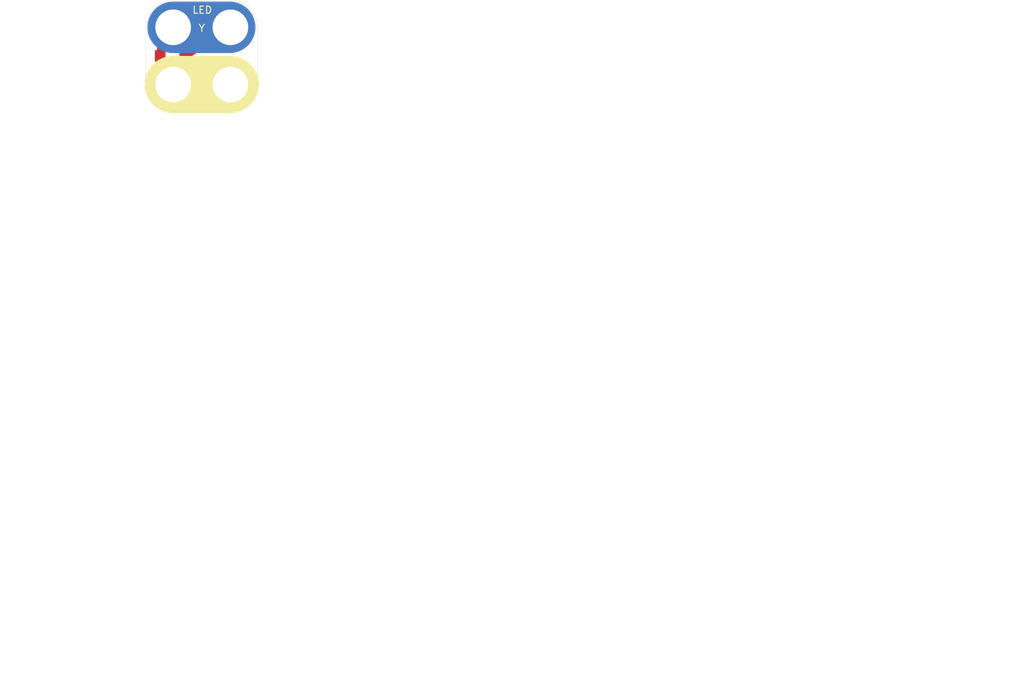
<source format=kicad_pcb>
(kicad_pcb (version 4) (host pcbnew 4.0.7-e2-6376~58~ubuntu16.04.1)

  (general
    (links 0)
    (no_connects 0)
    (area 0 0 0 0)
    (thickness 1.6)
    (drawings 2)
    (tracks 0)
    (zones 0)
    (modules 1)
    (nets 1)
  )

  (page USLetter)
  (title_block
    (title "2x2 Current-Limited Yellow SMT LED Module")
    (date "08 May 2018")
    (rev 1.0)
    (company "CERN Open Hardware License v1.2.")
    (comment 1 help@browndoggadgets.com)
    (comment 2 http://browndoggadgets.com/)
    (comment 3 "Brown Dog Gadgets")
  )

  (layers
    (0 F.Cu signal)
    (31 B.Cu signal)
    (34 B.Paste user)
    (35 F.Paste user)
    (36 B.SilkS user)
    (37 F.SilkS user)
    (38 B.Mask user)
    (39 F.Mask user)
    (40 Dwgs.User user)
    (44 Edge.Cuts user)
    (46 B.CrtYd user)
    (47 F.CrtYd user)
    (48 B.Fab user)
    (49 F.Fab user)
  )

  (setup
    (last_trace_width 0.254)
    (user_trace_width 0.1524)
    (user_trace_width 0.254)
    (user_trace_width 0.3302)
    (user_trace_width 0.508)
    (user_trace_width 0.762)
    (user_trace_width 1.27)
    (trace_clearance 0.254)
    (zone_clearance 0.508)
    (zone_45_only no)
    (trace_min 0.1524)
    (segment_width 0.1524)
    (edge_width 0.1524)
    (via_size 0.6858)
    (via_drill 0.3302)
    (via_min_size 0.6858)
    (via_min_drill 0.3302)
    (user_via 0.6858 0.3302)
    (user_via 0.762 0.4064)
    (user_via 0.8636 0.508)
    (uvia_size 0.6858)
    (uvia_drill 0.3302)
    (uvias_allowed no)
    (uvia_min_size 0)
    (uvia_min_drill 0)
    (pcb_text_width 0.1524)
    (pcb_text_size 1.016 1.016)
    (mod_edge_width 0.1524)
    (mod_text_size 1.016 1.016)
    (mod_text_width 0.1524)
    (pad_size 1.524 1.524)
    (pad_drill 0.762)
    (pad_to_mask_clearance 0.0762)
    (solder_mask_min_width 0.1016)
    (pad_to_paste_clearance -0.0762)
    (aux_axis_origin 0 0)
    (visible_elements FFFEDF7D)
    (pcbplotparams
      (layerselection 0x310fc_80000001)
      (usegerberextensions true)
      (excludeedgelayer true)
      (linewidth 0.100000)
      (plotframeref false)
      (viasonmask false)
      (mode 1)
      (useauxorigin false)
      (hpglpennumber 1)
      (hpglpenspeed 20)
      (hpglpendiameter 15)
      (hpglpenoverlay 2)
      (psnegative false)
      (psa4output false)
      (plotreference true)
      (plotvalue true)
      (plotinvisibletext false)
      (padsonsilk false)
      (subtractmaskfromsilk false)
      (outputformat 1)
      (mirror false)
      (drillshape 0)
      (scaleselection 1)
      (outputdirectory gerbers))
  )

  (net 0 "")

  (net_class Default "This is the default net class."
    (clearance 0.254)
    (trace_width 0.254)
    (via_dia 0.6858)
    (via_drill 0.3302)
    (uvia_dia 0.6858)
    (uvia_drill 0.3302)
  )

  (module Crazy_Circuits:LED-SMT-1206-2x2-LIMITED (layer F.Cu) (tedit 595EEB3D) (tstamp 5AF32F7B)
    (at 18.86 39.632)
    (descr "1206 surface mount centered 2x2")
    (path /5AF32F4A)
    (fp_text reference LED1 (at 0 0) (layer F.SilkS)
      (effects (font (thickness 0.15)))
    )
    (fp_text value YELLOW (at 4.1 -3.9) (layer F.Fab) hide
      (effects (font (size 1 1) (thickness 0.15)))
    )
    (fp_arc (start 0 0) (end 2.8 0) (angle 180) (layer F.Mask) (width 0.6))
    (fp_line (start 1.75 -4) (end 4 -5.5) (layer F.Cu) (width 1))
    (fp_line (start 3 -6.75) (end 3 -5.75) (layer F.Fab) (width 0.04064))
    (fp_line (start 5 -6.75) (end 3 -6.75) (layer F.Fab) (width 0.04064))
    (fp_line (start 5 -0.75) (end 5 -6.75) (layer F.Fab) (width 0.04064))
    (fp_line (start 3 -0.75) (end 5 -0.75) (layer F.Fab) (width 0.04064))
    (fp_line (start 3 -5.75) (end 3 -0.75) (layer F.Fab) (width 0.04064))
    (fp_line (start 3 -3) (end -3 -3) (layer F.Fab) (width 0.04064))
    (fp_line (start 3 -5) (end 3 -3) (layer F.Fab) (width 0.04064))
    (fp_line (start -3 -5) (end 3 -5) (layer F.Fab) (width 0.04064))
    (fp_line (start -3 -3) (end -3 -5) (layer F.Fab) (width 0.04064))
    (fp_text user - (at 4 -1.75) (layer F.Fab)
      (effects (font (size 1 1) (thickness 0.15)))
    )
    (fp_text user + (at 4 -5.75) (layer F.Fab)
      (effects (font (size 1 1) (thickness 0.15)))
    )
    (fp_text user LED (at 4 -3.75 90) (layer F.Fab)
      (effects (font (size 1 1) (thickness 0.15)))
    )
    (fp_text user RES (at 0 -4 180) (layer F.Fab)
      (effects (font (size 1 1) (thickness 0.15)))
    )
    (fp_line (start 0 0) (end 8 0) (layer F.SilkS) (width 8))
    (fp_text user %R (at 3.95 -4) (layer F.Fab) hide
      (effects (font (size 1 1) (thickness 0.15)))
    )
    (fp_line (start 0 0) (end 7.9 0) (layer B.Cu) (width 7.2))
    (fp_text user LED (at 4.075 -10.422 180) (layer F.SilkS)
      (effects (font (size 1 1) (thickness 0.15)))
    )
    (fp_line (start 0 0) (end 7.9 0) (layer B.Mask) (width 7.2))
    (fp_line (start 0 -8) (end 7.9 -8) (layer B.Cu) (width 7.2))
    (fp_line (start 0 -8) (end 7.9 -8) (layer B.Mask) (width 7.2))
    (fp_line (start 0.1 -1.15) (end 8.225 -1.15) (layer F.Cu) (width 2))
    (fp_line (start 7.9 -11.8) (end 0.1 -11.8) (layer Edge.Cuts) (width 0.04064))
    (fp_line (start 7.9 3.8) (end 0.1 3.8) (layer Edge.Cuts) (width 0.04064))
    (fp_line (start 11.8 -0.1) (end 11.8 -7.9) (layer Edge.Cuts) (width 0.04064))
    (fp_line (start -3.8 -0.1) (end -3.8 -7.9) (layer Edge.Cuts) (width 0.04064))
    (fp_arc (start 7.9 -7.9) (end 7.9 -11.8) (angle 90) (layer Edge.Cuts) (width 0.04064))
    (fp_arc (start 7.9 -0.1) (end 11.8 -0.1) (angle 90) (layer Edge.Cuts) (width 0.04064))
    (fp_arc (start 0.1 -0.1) (end 0.1 3.8) (angle 90) (layer Edge.Cuts) (width 0.04064))
    (fp_arc (start 0.1 -7.9) (end -3.8 -7.9) (angle 90) (layer Edge.Cuts) (width 0.04064))
    (fp_line (start 7.9 -11.8) (end 0.1 -11.8) (layer F.Fab) (width 0.04064))
    (fp_line (start 7.9 3.8) (end 0.1 3.8) (layer F.Fab) (width 0.04064))
    (fp_line (start 11.8 -0.1) (end 11.8 -7.9) (layer F.Fab) (width 0.04064))
    (fp_line (start -3.8 -0.1) (end -3.8 -7.9) (layer F.Fab) (width 0.04064))
    (fp_arc (start 7.9 -7.9) (end 7.9 -11.8) (angle 90) (layer F.Fab) (width 0.04064))
    (fp_arc (start 7.9 -0.1) (end 11.8 -0.1) (angle 90) (layer F.Fab) (width 0.04064))
    (fp_arc (start 0.1 -0.1) (end 0.1 3.8) (angle 90) (layer F.Fab) (width 0.04064))
    (fp_arc (start 0.1 -7.9) (end -3.8 -7.9) (angle 90) (layer F.Fab) (width 0.04064))
    (fp_line (start -1.75 -7) (end -1.75 -4) (layer F.Cu) (width 1))
    (fp_arc (start 8 0) (end 8 -2.8) (angle 270) (layer F.Mask) (width 0.6))
    (fp_arc (start 8 -8) (end 5.2 -8) (angle 270) (layer F.Mask) (width 0.6))
    (fp_arc (start 0 -8) (end -2.8 -8) (angle 180) (layer F.Mask) (width 0.6))
    (pad 1 smd rect (at -1.81 -4 90) (size 1.6 1.5) (layers F.Cu F.Paste F.Mask))
    (pad - thru_hole circle (at 0 0) (size 6 6) (drill 4.98) (layers *.Cu B.Mask))
    (pad + thru_hole circle (at 0 -8) (size 6 6) (drill 4.98) (layers *.Cu B.Mask))
    (pad + thru_hole circle (at 8 -8) (size 6 6) (drill 4.98) (layers *.Cu B.Mask))
    (pad - thru_hole circle (at 8 0) (size 6 6) (drill 4.98) (layers *.Cu B.Mask))
    (pad 3 smd rect (at 1.61 -4 90) (size 1.6 1.5) (layers F.Cu F.Paste F.Mask))
    (pad 2 smd rect (at 4 -2.04) (size 1.6 1.5) (layers F.Cu F.Paste F.Mask))
    (pad 3 smd rect (at 4 -5.46) (size 1.6 1.5) (layers F.Cu F.Paste F.Mask))
  )

  (gr_text Y (at 22.86 31.75) (layer F.SilkS)
    (effects (font (size 1.016 1.016) (thickness 0.1524)))
  )
  (gr_text "FABRICATION NOTES\n\n1. THIS IS A 2 LAYER BOARD. \n2. EXTERNAL LAYERS SHALL HAVE 1 OZ COPPER.\n3. MATERIAL: FR4 AND 0.062 INCH +/- 10% THICK.\n4. BOARDS SHALL BE ROHS COMPLIANT. \n5. MANUFACTURE IN ACCORDANCE WITH IPC-6012 CLASS 2\n6. MASK: BOTH SIDES OF THE BOARD SHALL HAVE \n   SOLDER MASK (BLACK) OVER BARE COPPER. \n7. SILK: BOTH SIDES OF THE BOARD SHALL HAVE \n   WHITE SILKSCREEN. DO NOT PLACE SILK OVER BARE COPPER.\n8. FINISH: ENIG.\n9. MINIMUM TRACE WIDTH - 0.006 INCH.\n   MINIMUM SPACE - 0.006 INCH.\n   MINIMUM HOLE DIA - 0.013 INCH. \n10. MAX HOLE PLACEMENT TOLERANCE OF +/- 0.003 INCH.\n11. MAX HOLE DIAMETER TOLERANCE OF +/- 0.003 INCH AFTER PLATING." (at -5.334 88.646) (layer Dwgs.User)
    (effects (font (size 2.54 2.54) (thickness 0.254)) (justify left))
  )

)

</source>
